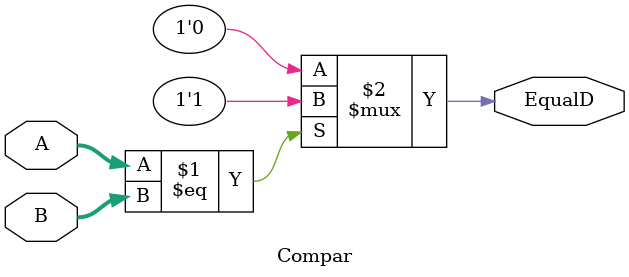
<source format=v>
`timescale 1ns / 1ps
module Compar #(parameter M = 32) ( input [M-1:0] A , B,
												 output EqualD);

assign EqualD = (A == B) ? 1'b1 : 1'b0;		

endmodule

</source>
